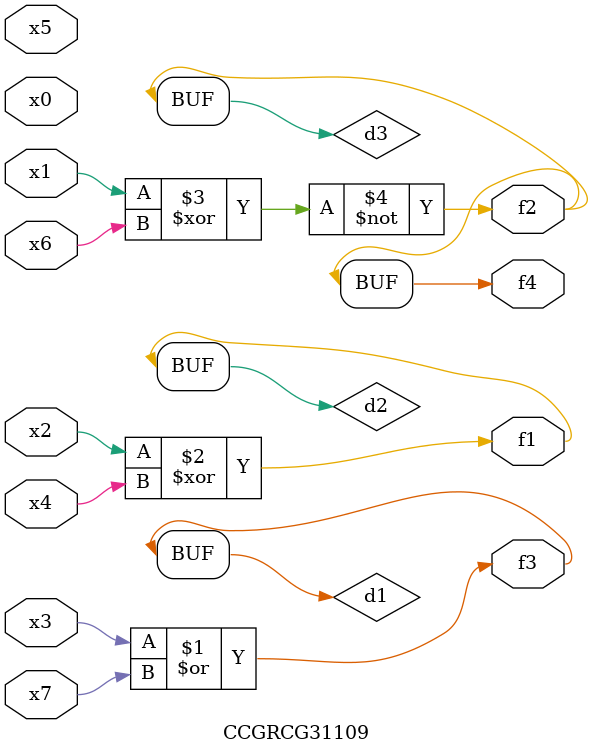
<source format=v>
module CCGRCG31109(
	input x0, x1, x2, x3, x4, x5, x6, x7,
	output f1, f2, f3, f4
);

	wire d1, d2, d3;

	or (d1, x3, x7);
	xor (d2, x2, x4);
	xnor (d3, x1, x6);
	assign f1 = d2;
	assign f2 = d3;
	assign f3 = d1;
	assign f4 = d3;
endmodule

</source>
